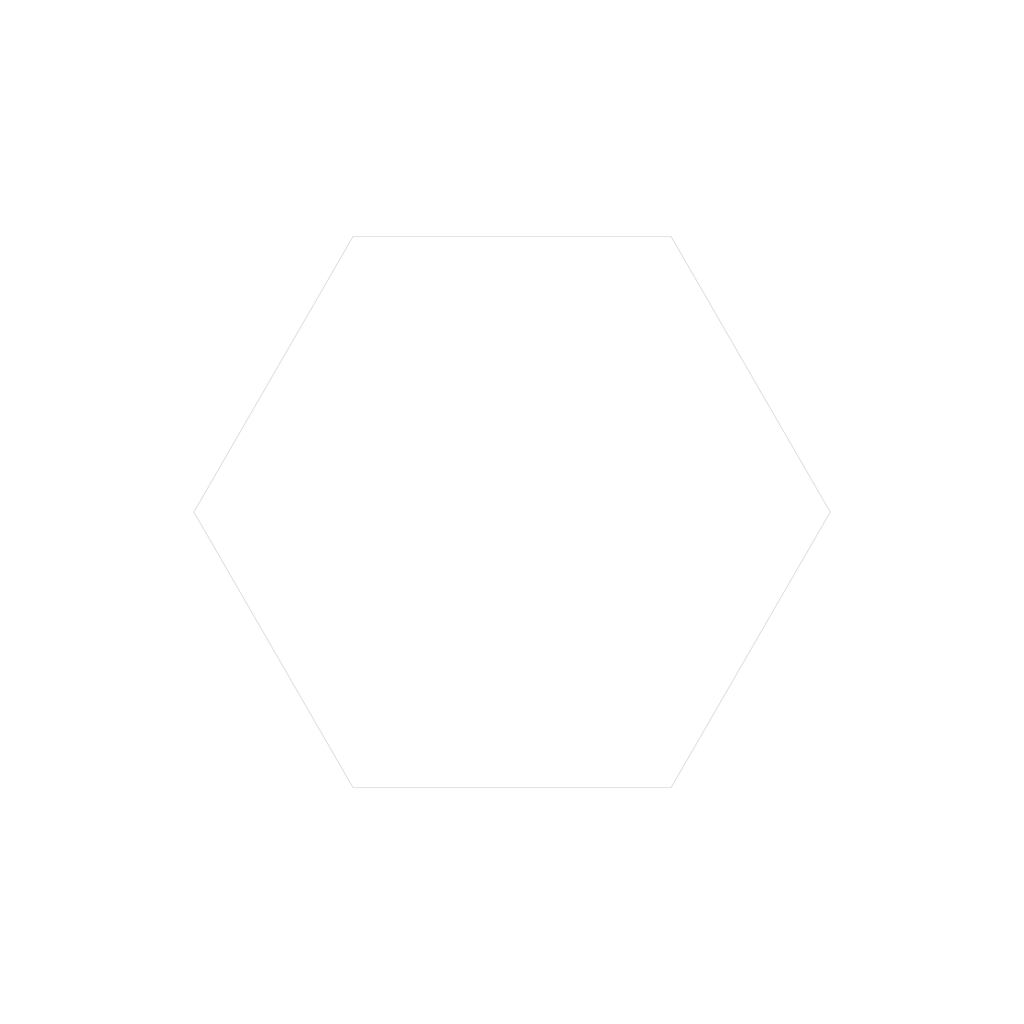
<source format=kicad_pcb>
(kicad_pcb
	(version 20241229)
	(generator "pcbnew")
	(generator_version "9.0")
	(general
		(thickness 1.6)
		(legacy_teardrops no)
	)
	(paper "A4")
	(layers
		(0 "F.Cu" signal)
		(4 "In1.Cu" signal)
		(6 "In2.Cu" signal)
		(8 "In3.Cu" signal)
		(10 "In4.Cu" signal)
		(12 "In5.Cu" signal)
		(14 "In6.Cu" signal)
		(2 "B.Cu" signal)
		(9 "F.Adhes" user "F.Adhesive")
		(11 "B.Adhes" user "B.Adhesive")
		(13 "F.Paste" user)
		(15 "B.Paste" user)
		(5 "F.SilkS" user "F.Silkscreen")
		(7 "B.SilkS" user "B.Silkscreen")
		(1 "F.Mask" user)
		(3 "B.Mask" user)
		(17 "Dwgs.User" user "User.Drawings")
		(19 "Cmts.User" user "User.Comments")
		(21 "Eco1.User" user "User.Eco1")
		(23 "Eco2.User" user "User.Eco2")
		(25 "Edge.Cuts" user)
		(27 "Margin" user)
		(31 "F.CrtYd" user "F.Courtyard")
		(29 "B.CrtYd" user "B.Courtyard")
		(35 "F.Fab" user)
		(33 "B.Fab" user)
		(39 "User.1" user)
		(41 "User.2" user)
		(43 "User.3" user)
		(45 "User.4" user)
	)
	(setup
		(stackup
			(layer "F.SilkS"
				(type "Top Silk Screen")
			)
			(layer "F.Paste"
				(type "Top Solder Paste")
			)
			(layer "F.Mask"
				(type "Top Solder Mask")
				(thickness 0.01)
			)
			(layer "F.Cu"
				(type "copper")
				(thickness 0.035)
			)
			(layer "dielectric 1"
				(type "prepreg")
				(thickness 0.1)
				(material "FR4")
				(epsilon_r 4.5)
				(loss_tangent 0.02)
			)
			(layer "In1.Cu"
				(type "copper")
				(thickness 0.035)
			)
			(layer "dielectric 2"
				(type "core")
				(thickness 0.3)
				(material "FR4")
				(epsilon_r 4.5)
				(loss_tangent 0.02)
			)
			(layer "In2.Cu"
				(type "copper")
				(thickness 0.035)
			)
			(layer "dielectric 3"
				(type "prepreg")
				(thickness 0.1)
				(material "FR4")
				(epsilon_r 4.5)
				(loss_tangent 0.02)
			)
			(layer "In3.Cu"
				(type "copper")
				(thickness 0.035)
			)
			(layer "dielectric 4"
				(type "core")
				(thickness 0.3)
				(material "FR4")
				(epsilon_r 4.5)
				(loss_tangent 0.02)
			)
			(layer "In4.Cu"
				(type "copper")
				(thickness 0.035)
			)
			(layer "dielectric 5"
				(type "prepreg")
				(thickness 0.1)
				(material "FR4")
				(epsilon_r 4.5)
				(loss_tangent 0.02)
			)
			(layer "In5.Cu"
				(type "copper")
				(thickness 0.035)
			)
			(layer "dielectric 6"
				(type "core")
				(thickness 0.3)
				(material "FR4")
				(epsilon_r 4.5)
				(loss_tangent 0.02)
			)
			(layer "In6.Cu"
				(type "copper")
				(thickness 0.035)
			)
			(layer "dielectric 7"
				(type "prepreg")
				(thickness 0.1)
				(material "FR4")
				(epsilon_r 4.5)
				(loss_tangent 0.02)
			)
			(layer "B.Cu"
				(type "copper")
				(thickness 0.035)
			)
			(layer "B.Mask"
				(type "Bottom Solder Mask")
				(thickness 0.01)
			)
			(layer "B.Paste"
				(type "Bottom Solder Paste")
			)
			(layer "B.SilkS"
				(type "Bottom Silk Screen")
			)
			(copper_finish "None")
			(dielectric_constraints no)
		)
		(pad_to_mask_clearance 0)
		(allow_soldermask_bridges_in_footprints no)
		(tenting front back)
		(pcbplotparams
			(layerselection 0x00000000_00000000_55555555_5755f5ff)
			(plot_on_all_layers_selection 0x00000000_00000000_00000000_00000000)
			(disableapertmacros no)
			(usegerberextensions no)
			(usegerberattributes yes)
			(usegerberadvancedattributes yes)
			(creategerberjobfile yes)
			(dashed_line_dash_ratio 12.000000)
			(dashed_line_gap_ratio 3.000000)
			(svgprecision 4)
			(plotframeref no)
			(mode 1)
			(useauxorigin no)
			(hpglpennumber 1)
			(hpglpenspeed 20)
			(hpglpendiameter 15.000000)
			(pdf_front_fp_property_popups yes)
			(pdf_back_fp_property_popups yes)
			(pdf_metadata yes)
			(pdf_single_document no)
			(dxfpolygonmode yes)
			(dxfimperialunits yes)
			(dxfusepcbnewfont yes)
			(psnegative no)
			(psa4output no)
			(plot_black_and_white yes)
			(sketchpadsonfab no)
			(plotpadnumbers no)
			(hidednponfab no)
			(sketchdnponfab yes)
			(crossoutdnponfab yes)
			(subtractmaskfromsilk no)
			(outputformat 1)
			(mirror no)
			(drillshape 0)
			(scaleselection 1)
			(outputdirectory "../gerber_foc_v1/")
		)
	)
	(net 0 "")
	(gr_line
		(start 150 98.2)
		(end 170.091472 63.395076)
		(stroke
			(width 0.1)
			(type default)
		)
		(layer "Dwgs.User")
		(uuid "344f2314-d1f2-4d84-9aa0-b3364af867d4")
	)
	(gr_line
		(start 150 98.2)
		(end 170.096211 133.002187)
		(stroke
			(width 0.1)
			(type default)
		)
		(layer "Dwgs.User")
		(uuid "546c2cdc-adbb-4cd1-94aa-d677c90411f2")
	)
	(gr_arc
		(start 170.091472 63.395076)
		(mid 190.187684 98.197263)
		(end 170.096212 133.002187)
		(stroke
			(width 0.1)
			(type solid)
		)
		(layer "Dwgs.User")
		(uuid "729c0974-da51-417d-8faf-2a633b956eac")
	)
	(gr_arc
		(start 170.096212 133.002186)
		(mid 129.907344 133.004239)
		(end 109.812317 98.2)
		(stroke
			(width 0.1)
			(type default)
		)
		(layer "Dwgs.User")
		(uuid "7bd3b878-a77c-47f1-98c6-38585ce265cc")
	)
	(gr_line
		(start 109.812317 98.2)
		(end 150 98.2)
		(stroke
			(width 0.1)
			(type default)
		)
		(layer "Dwgs.User")
		(uuid "ee364339-27d4-498a-b3fb-9c3725fcf395")
	)
	(gr_arc
		(start 109.812316 98.2)
		(mid 129.904973 63.397129)
		(end 170.091472 63.395077)
		(stroke
			(width 0.1)
			(type default)
		)
		(layer "Dwgs.User")
		(uuid "fa7b8ff1-00ae-4ccd-8617-6273f35ff379")
	)
	(gr_rect
		(start 125 73.2)
		(end 175 123.2)
		(stroke
			(width 0.1)
			(type solid)
		)
		(fill no)
		(layer "Eco1.User")
		(uuid "f32967c3-9823-4476-995c-4f210726a629")
	)
	(gr_poly
		(pts
			(xy 175 98.2) (xy 162.5 119.85) (xy 137.5 119.85) (xy 125 98.2) (xy 137.5 76.55) (xy 162.5 76.55)
		)
		(stroke
			(width 0.05)
			(type solid)
		)
		(fill no)
		(layer "Edge.Cuts")
		(uuid "15027e3c-fa28-49db-bf86-ef3d2b516877")
	)
	(embedded_fonts no)
)

</source>
